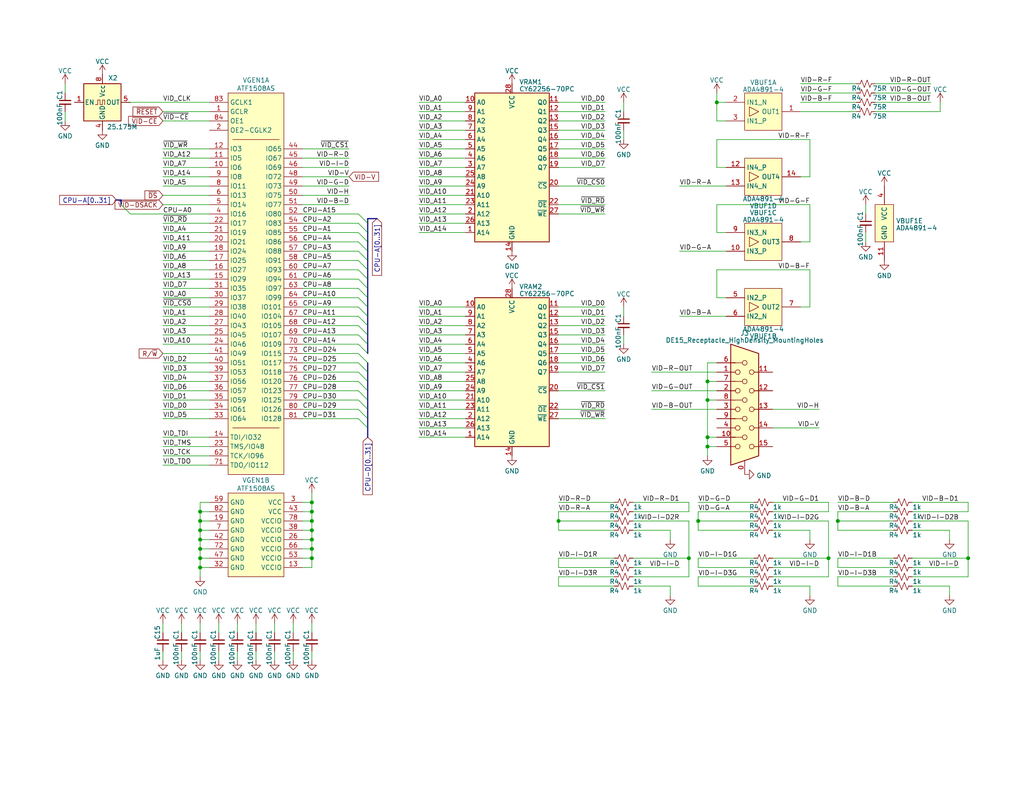
<source format=kicad_sch>
(kicad_sch (version 20230121) (generator eeschema)
  (paper "USLetter")
  (title_block (title "Wrap030-ATX Mainboard") (date "2023-03-26") (rev "1") (company "techav"))
  (junction (at 54.61 139.7))
  (junction (at 85.09 144.78))
  (junction (at 85.09 149.86))
  (junction (at 193.04 119.38))
  (junction (at 228.6 142.24))
  (junction (at 226.06 152.4))
  (junction (at 54.61 154.94))
  (junction (at 264.16 152.4))
  (junction (at 85.09 152.4))
  (junction (at 85.09 137.16))
  (junction (at 85.09 147.32))
  (junction (at 54.61 152.4))
  (junction (at 193.04 121.92))
  (junction (at 85.09 142.24))
  (junction (at 85.09 139.7))
  (junction (at 54.61 142.24))
  (junction (at 190.5 142.24))
  (junction (at 54.61 149.86))
  (junction (at 193.04 109.22))
  (junction (at 54.61 147.32))
  (junction (at 195.58 27.94))
  (junction (at 54.61 144.78))
  (junction (at 193.04 104.14))
  (junction (at 187.96 152.4))
  (junction (at 152.4 142.24))
  (bus_entry (at 100.33 86.36) (size -2.54 -2.54))
  (bus_entry (at 100.33 96.52) (size -2.54 -2.54))
  (bus_entry (at 100.33 91.44) (size -2.54 -2.54))
  (bus_entry (at 100.33 93.98) (size -2.54 -2.54))
  (bus_entry (at 33.02 55.88) (size 2.54 2.54))
  (bus_entry (at 100.33 106.68) (size -2.54 -2.54))
  (bus_entry (at 100.33 88.9) (size -2.54 -2.54))
  (bus_entry (at 100.33 116.84) (size -2.54 -2.54))
  (bus_entry (at 100.33 63.5) (size -2.54 -2.54))
  (bus_entry (at 100.33 66.04) (size -2.54 -2.54))
  (bus_entry (at 100.33 114.3) (size -2.54 -2.54))
  (bus_entry (at 100.33 81.28) (size -2.54 -2.54))
  (bus_entry (at 100.33 60.96) (size -2.54 -2.54))
  (bus_entry (at 100.33 111.76) (size -2.54 -2.54))
  (bus_entry (at 100.33 68.58) (size -2.54 -2.54))
  (bus_entry (at 100.33 83.82) (size -2.54 -2.54))
  (bus_entry (at 100.33 99.06) (size -2.54 -2.54))
  (bus_entry (at 100.33 109.22) (size -2.54 -2.54))
  (bus_entry (at 100.33 76.2) (size -2.54 -2.54))
  (bus_entry (at 100.33 73.66) (size -2.54 -2.54))
  (bus_entry (at 100.33 71.12) (size -2.54 -2.54))
  (bus_entry (at 100.33 78.74) (size -2.54 -2.54))
  (bus_entry (at 100.33 101.6) (size -2.54 -2.54))
  (bus_entry (at 100.33 104.14) (size -2.54 -2.54))
  (wire (pts (xy 195.58 45.72) (xy 195.58 38.1)))
  (wire (pts (xy 218.44 30.48) (xy 233.68 30.48)))
  (wire (pts (xy 228.6 154.94) (xy 243.84 154.94)))
  (wire (pts (xy 82.55 99.06) (xy 97.79 99.06)))
  (wire (pts (xy 190.5 142.24) (xy 190.5 144.78)))
  (wire (pts (xy 248.92 137.16) (xy 264.16 137.16)))
  (wire (pts (xy 152.4 152.4) (xy 152.4 154.94)))
  (wire (pts (xy 54.61 137.16) (xy 54.61 139.7)))
  (wire (pts (xy 233.68 22.86) (xy 218.44 22.86)))
  (wire (pts (xy 190.5 139.7) (xy 205.74 139.7)))
  (wire (pts (xy 44.45 33.02) (xy 57.15 33.02)))
  (wire (pts (xy 210.82 137.16) (xy 226.06 137.16)))
  (wire (pts (xy 44.45 30.48) (xy 57.15 30.48)))
  (wire (pts (xy 218.44 83.82) (xy 220.98 83.82)))
  (wire (pts (xy 54.61 144.78) (xy 57.15 144.78)))
  (wire (pts (xy 74.93 170.18) (xy 74.93 172.72)))
  (wire (pts (xy 152.4 30.48) (xy 165.1 30.48)))
  (wire (pts (xy 80.01 170.18) (xy 80.01 172.72)))
  (wire (pts (xy 185.42 50.8) (xy 198.12 50.8)))
  (wire (pts (xy 44.45 127) (xy 57.15 127)))
  (wire (pts (xy 190.5 160.02) (xy 205.74 160.02)))
  (wire (pts (xy 190.5 154.94) (xy 205.74 154.94)))
  (wire (pts (xy 172.72 157.48) (xy 187.96 157.48)))
  (wire (pts (xy 152.4 27.94) (xy 165.1 27.94)))
  (wire (pts (xy 248.92 154.94) (xy 261.62 154.94)))
  (wire (pts (xy 82.55 111.76) (xy 97.79 111.76)))
  (wire (pts (xy 218.44 27.94) (xy 233.68 27.94)))
  (wire (pts (xy 82.55 45.72) (xy 95.25 45.72)))
  (wire (pts (xy 85.09 144.78) (xy 85.09 147.32)))
  (wire (pts (xy 82.55 96.52) (xy 97.79 96.52)))
  (wire (pts (xy 54.61 139.7) (xy 54.61 142.24)))
  (wire (pts (xy 193.04 121.92) (xy 193.04 124.46)))
  (wire (pts (xy 82.55 106.68) (xy 97.79 106.68)))
  (bus (pts (xy 102.87 59.69) (xy 100.33 59.69)))
  (wire (pts (xy 195.58 38.1) (xy 220.98 38.1)))
  (wire (pts (xy 114.3 40.64) (xy 127 40.64)))
  (bus (pts (xy 100.33 101.6) (xy 100.33 104.14)))
  (wire (pts (xy 44.45 124.46) (xy 57.15 124.46)))
  (wire (pts (xy 228.6 137.16) (xy 243.84 137.16)))
  (wire (pts (xy 44.45 101.6) (xy 57.15 101.6)))
  (wire (pts (xy 82.55 40.64) (xy 95.25 40.64)))
  (wire (pts (xy 152.4 45.72) (xy 165.1 45.72)))
  (wire (pts (xy 44.45 40.64) (xy 57.15 40.64)))
  (wire (pts (xy 152.4 33.02) (xy 165.1 33.02)))
  (wire (pts (xy 152.4 86.36) (xy 165.1 86.36)))
  (wire (pts (xy 198.12 81.28) (xy 195.58 81.28)))
  (bus (pts (xy 100.33 83.82) (xy 100.33 86.36)))
  (bus (pts (xy 100.33 68.58) (xy 100.33 71.12)))
  (wire (pts (xy 152.4 142.24) (xy 167.64 142.24)))
  (wire (pts (xy 195.58 106.68) (xy 177.8 106.68)))
  (wire (pts (xy 193.04 99.06) (xy 193.04 104.14)))
  (wire (pts (xy 54.61 137.16) (xy 57.15 137.16)))
  (wire (pts (xy 82.55 68.58) (xy 97.79 68.58)))
  (wire (pts (xy 152.4 91.44) (xy 165.1 91.44)))
  (wire (pts (xy 114.3 33.02) (xy 127 33.02)))
  (wire (pts (xy 49.53 170.18) (xy 49.53 172.72)))
  (wire (pts (xy 172.72 154.94) (xy 185.42 154.94)))
  (wire (pts (xy 220.98 160.02) (xy 210.82 160.02)))
  (wire (pts (xy 152.4 38.1) (xy 165.1 38.1)))
  (wire (pts (xy 228.6 139.7) (xy 228.6 142.24)))
  (wire (pts (xy 114.3 119.38) (xy 127 119.38)))
  (wire (pts (xy 114.3 27.94) (xy 127 27.94)))
  (wire (pts (xy 82.55 58.42) (xy 97.79 58.42)))
  (wire (pts (xy 17.78 22.86) (xy 17.78 25.4)))
  (wire (pts (xy 44.45 78.74) (xy 57.15 78.74)))
  (wire (pts (xy 114.3 111.76) (xy 127 111.76)))
  (wire (pts (xy 152.4 157.48) (xy 152.4 160.02)))
  (wire (pts (xy 228.6 142.24) (xy 228.6 144.78)))
  (wire (pts (xy 226.06 142.24) (xy 226.06 152.4)))
  (wire (pts (xy 44.45 88.9) (xy 57.15 88.9)))
  (wire (pts (xy 185.42 86.36) (xy 198.12 86.36)))
  (wire (pts (xy 152.4 157.48) (xy 167.64 157.48)))
  (wire (pts (xy 54.61 170.18) (xy 54.61 172.72)))
  (wire (pts (xy 165.1 58.42) (xy 152.4 58.42)))
  (wire (pts (xy 170.18 93.98) (xy 170.18 91.44)))
  (wire (pts (xy 210.82 157.48) (xy 226.06 157.48)))
  (wire (pts (xy 256.54 30.48) (xy 256.54 27.94)))
  (bus (pts (xy 100.33 63.5) (xy 100.33 66.04)))
  (wire (pts (xy 220.98 38.1) (xy 220.98 48.26)))
  (wire (pts (xy 238.76 27.94) (xy 254 27.94)))
  (wire (pts (xy 44.45 114.3) (xy 57.15 114.3)))
  (wire (pts (xy 248.92 142.24) (xy 264.16 142.24)))
  (bus (pts (xy 100.33 93.98) (xy 100.33 96.52)))
  (wire (pts (xy 44.45 81.28) (xy 57.15 81.28)))
  (wire (pts (xy 59.69 180.34) (xy 59.69 177.8)))
  (wire (pts (xy 220.98 162.56) (xy 220.98 160.02)))
  (wire (pts (xy 195.58 27.94) (xy 198.12 27.94)))
  (wire (pts (xy 152.4 88.9) (xy 165.1 88.9)))
  (wire (pts (xy 190.5 157.48) (xy 190.5 160.02)))
  (bus (pts (xy 100.33 91.44) (xy 100.33 93.98)))
  (bus (pts (xy 100.33 114.3) (xy 100.33 116.84)))
  (wire (pts (xy 220.98 144.78) (xy 210.82 144.78)))
  (wire (pts (xy 114.3 38.1) (xy 127 38.1)))
  (wire (pts (xy 238.76 22.86) (xy 254 22.86)))
  (wire (pts (xy 259.08 147.32) (xy 259.08 144.78)))
  (wire (pts (xy 82.55 142.24) (xy 85.09 142.24)))
  (wire (pts (xy 44.45 170.18) (xy 44.45 172.72)))
  (wire (pts (xy 82.55 104.14) (xy 97.79 104.14)))
  (wire (pts (xy 172.72 139.7) (xy 187.96 139.7)))
  (wire (pts (xy 165.1 50.8) (xy 152.4 50.8)))
  (wire (pts (xy 198.12 33.02) (xy 195.58 33.02)))
  (wire (pts (xy 220.98 73.66) (xy 220.98 83.82)))
  (wire (pts (xy 193.04 119.38) (xy 195.58 119.38)))
  (wire (pts (xy 82.55 114.3) (xy 97.79 114.3)))
  (wire (pts (xy 44.45 99.06) (xy 57.15 99.06)))
  (wire (pts (xy 165.1 111.76) (xy 152.4 111.76)))
  (wire (pts (xy 54.61 139.7) (xy 57.15 139.7)))
  (bus (pts (xy 100.33 111.76) (xy 100.33 114.3)))
  (wire (pts (xy 193.04 104.14) (xy 195.58 104.14)))
  (wire (pts (xy 114.3 114.3) (xy 127 114.3)))
  (wire (pts (xy 193.04 119.38) (xy 193.04 121.92)))
  (wire (pts (xy 114.3 96.52) (xy 127 96.52)))
  (wire (pts (xy 264.16 142.24) (xy 264.16 152.4)))
  (wire (pts (xy 114.3 104.14) (xy 127 104.14)))
  (wire (pts (xy 82.55 76.2) (xy 97.79 76.2)))
  (wire (pts (xy 182.88 160.02) (xy 172.72 160.02)))
  (wire (pts (xy 193.04 109.22) (xy 195.58 109.22)))
  (wire (pts (xy 165.1 55.88) (xy 152.4 55.88)))
  (wire (pts (xy 114.3 101.6) (xy 127 101.6)))
  (wire (pts (xy 114.3 35.56) (xy 127 35.56)))
  (bus (pts (xy 100.33 59.69) (xy 100.33 60.96)))
  (wire (pts (xy 218.44 25.4) (xy 233.68 25.4)))
  (wire (pts (xy 114.3 91.44) (xy 127 91.44)))
  (wire (pts (xy 54.61 180.34) (xy 54.61 177.8)))
  (wire (pts (xy 259.08 144.78) (xy 248.92 144.78)))
  (wire (pts (xy 182.88 144.78) (xy 172.72 144.78)))
  (wire (pts (xy 82.55 50.8) (xy 95.25 50.8)))
  (wire (pts (xy 195.58 111.76) (xy 177.8 111.76)))
  (wire (pts (xy 165.1 114.3) (xy 152.4 114.3)))
  (wire (pts (xy 54.61 149.86) (xy 54.61 152.4)))
  (wire (pts (xy 44.45 55.88) (xy 57.15 55.88)))
  (wire (pts (xy 44.45 53.34) (xy 57.15 53.34)))
  (wire (pts (xy 195.58 63.5) (xy 195.58 55.88)))
  (wire (pts (xy 44.45 180.34) (xy 44.45 177.8)))
  (wire (pts (xy 152.4 142.24) (xy 152.4 144.78)))
  (wire (pts (xy 195.58 101.6) (xy 177.8 101.6)))
  (wire (pts (xy 226.06 137.16) (xy 226.06 139.7)))
  (wire (pts (xy 44.45 104.14) (xy 57.15 104.14)))
  (wire (pts (xy 165.1 106.68) (xy 152.4 106.68)))
  (wire (pts (xy 82.55 83.82) (xy 97.79 83.82)))
  (wire (pts (xy 85.09 152.4) (xy 85.09 154.94)))
  (wire (pts (xy 190.5 137.16) (xy 205.74 137.16)))
  (wire (pts (xy 114.3 43.18) (xy 127 43.18)))
  (wire (pts (xy 44.45 71.12) (xy 57.15 71.12)))
  (wire (pts (xy 198.12 63.5) (xy 195.58 63.5)))
  (wire (pts (xy 152.4 93.98) (xy 165.1 93.98)))
  (wire (pts (xy 195.58 55.88) (xy 220.98 55.88)))
  (wire (pts (xy 236.22 55.88) (xy 236.22 58.42)))
  (bus (pts (xy 100.33 71.12) (xy 100.33 73.66)))
  (wire (pts (xy 82.55 60.96) (xy 97.79 60.96)))
  (wire (pts (xy 114.3 53.34) (xy 127 53.34)))
  (wire (pts (xy 195.58 27.94) (xy 195.58 25.4)))
  (wire (pts (xy 44.45 96.52) (xy 57.15 96.52)))
  (wire (pts (xy 35.56 58.42) (xy 57.15 58.42)))
  (wire (pts (xy 152.4 144.78) (xy 167.64 144.78)))
  (wire (pts (xy 114.3 48.26) (xy 127 48.26)))
  (wire (pts (xy 185.42 68.58) (xy 198.12 68.58)))
  (wire (pts (xy 44.45 106.68) (xy 57.15 106.68)))
  (wire (pts (xy 248.92 152.4) (xy 264.16 152.4)))
  (bus (pts (xy 100.33 99.06) (xy 100.33 101.6)))
  (wire (pts (xy 82.55 48.26) (xy 95.25 48.26)))
  (bus (pts (xy 100.33 104.14) (xy 100.33 106.68)))
  (wire (pts (xy 82.55 154.94) (xy 85.09 154.94)))
  (wire (pts (xy 82.55 86.36) (xy 97.79 86.36)))
  (wire (pts (xy 44.45 119.38) (xy 57.15 119.38)))
  (wire (pts (xy 228.6 157.48) (xy 228.6 160.02)))
  (wire (pts (xy 44.45 50.8) (xy 57.15 50.8)))
  (wire (pts (xy 82.55 55.88) (xy 95.25 55.88)))
  (wire (pts (xy 82.55 149.86) (xy 85.09 149.86)))
  (wire (pts (xy 85.09 142.24) (xy 85.09 144.78)))
  (wire (pts (xy 85.09 147.32) (xy 85.09 149.86)))
  (wire (pts (xy 74.93 180.34) (xy 74.93 177.8)))
  (wire (pts (xy 17.78 33.02) (xy 17.78 30.48)))
  (wire (pts (xy 182.88 162.56) (xy 182.88 160.02)))
  (wire (pts (xy 228.6 139.7) (xy 243.84 139.7)))
  (wire (pts (xy 54.61 147.32) (xy 57.15 147.32)))
  (wire (pts (xy 114.3 86.36) (xy 127 86.36)))
  (wire (pts (xy 114.3 93.98) (xy 127 93.98)))
  (wire (pts (xy 198.12 45.72) (xy 195.58 45.72)))
  (wire (pts (xy 187.96 142.24) (xy 187.96 152.4)))
  (wire (pts (xy 152.4 154.94) (xy 167.64 154.94)))
  (wire (pts (xy 210.82 154.94) (xy 223.52 154.94)))
  (wire (pts (xy 190.5 144.78) (xy 205.74 144.78)))
  (wire (pts (xy 195.58 33.02) (xy 195.58 27.94)))
  (wire (pts (xy 44.45 60.96) (xy 57.15 60.96)))
  (wire (pts (xy 218.44 48.26) (xy 220.98 48.26)))
  (wire (pts (xy 82.55 71.12) (xy 97.79 71.12)))
  (wire (pts (xy 228.6 152.4) (xy 243.84 152.4)))
  (bus (pts (xy 100.33 116.84) (xy 100.33 119.38)))
  (wire (pts (xy 82.55 101.6) (xy 97.79 101.6)))
  (wire (pts (xy 190.5 157.48) (xy 205.74 157.48)))
  (wire (pts (xy 114.3 50.8) (xy 127 50.8)))
  (wire (pts (xy 170.18 27.94) (xy 170.18 30.48)))
  (wire (pts (xy 114.3 83.82) (xy 127 83.82)))
  (wire (pts (xy 182.88 147.32) (xy 182.88 144.78)))
  (wire (pts (xy 82.55 78.74) (xy 97.79 78.74)))
  (wire (pts (xy 228.6 144.78) (xy 243.84 144.78)))
  (wire (pts (xy 172.72 152.4) (xy 187.96 152.4)))
  (wire (pts (xy 152.4 83.82) (xy 165.1 83.82)))
  (wire (pts (xy 220.98 147.32) (xy 220.98 144.78)))
  (wire (pts (xy 54.61 142.24) (xy 54.61 144.78)))
  (wire (pts (xy 44.45 68.58) (xy 57.15 68.58)))
  (bus (pts (xy 100.33 78.74) (xy 100.33 81.28)))
  (wire (pts (xy 152.4 40.64) (xy 165.1 40.64)))
  (wire (pts (xy 152.4 139.7) (xy 152.4 142.24)))
  (wire (pts (xy 114.3 45.72) (xy 127 45.72)))
  (wire (pts (xy 69.85 180.34) (xy 69.85 177.8)))
  (wire (pts (xy 210.82 111.76) (xy 223.52 111.76)))
  (bus (pts (xy 100.33 66.04) (xy 100.33 68.58)))
  (bus (pts (xy 33.02 54.61) (xy 33.02 55.88)))
  (wire (pts (xy 44.45 86.36) (xy 57.15 86.36)))
  (wire (pts (xy 152.4 35.56) (xy 165.1 35.56)))
  (wire (pts (xy 114.3 30.48) (xy 127 30.48)))
  (wire (pts (xy 193.04 109.22) (xy 193.04 119.38)))
  (wire (pts (xy 210.82 116.84) (xy 223.52 116.84)))
  (wire (pts (xy 85.09 149.86) (xy 85.09 152.4)))
  (wire (pts (xy 85.09 170.18) (xy 85.09 172.72)))
  (wire (pts (xy 82.55 152.4) (xy 85.09 152.4)))
  (wire (pts (xy 82.55 137.16) (xy 85.09 137.16)))
  (wire (pts (xy 44.45 45.72) (xy 57.15 45.72)))
  (wire (pts (xy 193.04 104.14) (xy 193.04 109.22)))
  (wire (pts (xy 82.55 139.7) (xy 85.09 139.7)))
  (wire (pts (xy 152.4 152.4) (xy 167.64 152.4)))
  (wire (pts (xy 114.3 88.9) (xy 127 88.9)))
  (wire (pts (xy 114.3 60.96) (xy 127 60.96)))
  (wire (pts (xy 85.09 180.34) (xy 85.09 177.8)))
  (wire (pts (xy 44.45 63.5) (xy 57.15 63.5)))
  (wire (pts (xy 44.45 43.18) (xy 57.15 43.18)))
  (wire (pts (xy 172.72 142.24) (xy 187.96 142.24)))
  (wire (pts (xy 44.45 111.76) (xy 57.15 111.76)))
  (bus (pts (xy 100.33 60.96) (xy 100.33 63.5)))
  (wire (pts (xy 228.6 142.24) (xy 243.84 142.24)))
  (wire (pts (xy 44.45 109.22) (xy 57.15 109.22)))
  (wire (pts (xy 80.01 180.34) (xy 80.01 177.8)))
  (wire (pts (xy 82.55 91.44) (xy 97.79 91.44)))
  (wire (pts (xy 82.55 109.22) (xy 97.79 109.22)))
  (wire (pts (xy 152.4 160.02) (xy 167.64 160.02)))
  (wire (pts (xy 172.72 137.16) (xy 187.96 137.16)))
  (wire (pts (xy 264.16 152.4) (xy 264.16 157.48)))
  (wire (pts (xy 82.55 81.28) (xy 97.79 81.28)))
  (wire (pts (xy 82.55 144.78) (xy 85.09 144.78)))
  (wire (pts (xy 44.45 66.04) (xy 57.15 66.04)))
  (wire (pts (xy 114.3 116.84) (xy 127 116.84)))
  (wire (pts (xy 114.3 55.88) (xy 127 55.88)))
  (wire (pts (xy 152.4 96.52) (xy 165.1 96.52)))
  (wire (pts (xy 82.55 88.9) (xy 97.79 88.9)))
  (wire (pts (xy 190.5 152.4) (xy 190.5 154.94)))
  (wire (pts (xy 248.92 139.7) (xy 264.16 139.7)))
  (wire (pts (xy 187.96 137.16) (xy 187.96 139.7)))
  (wire (pts (xy 170.18 83.82) (xy 170.18 86.36)))
  (wire (pts (xy 44.45 121.92) (xy 57.15 121.92)))
  (wire (pts (xy 210.82 142.24) (xy 226.06 142.24)))
  (wire (pts (xy 82.55 63.5) (xy 97.79 63.5)))
  (wire (pts (xy 248.92 157.48) (xy 264.16 157.48)))
  (bus (pts (xy 100.33 106.68) (xy 100.33 109.22)))
  (wire (pts (xy 82.55 53.34) (xy 95.25 53.34)))
  (wire (pts (xy 190.5 152.4) (xy 205.74 152.4)))
  (bus (pts (xy 100.33 73.66) (xy 100.33 76.2)))
  (wire (pts (xy 44.45 83.82) (xy 57.15 83.82)))
  (wire (pts (xy 54.61 152.4) (xy 57.15 152.4)))
  (wire (pts (xy 69.85 170.18) (xy 69.85 172.72)))
  (bus (pts (xy 100.33 86.36) (xy 100.33 88.9)))
  (wire (pts (xy 44.45 73.66) (xy 57.15 73.66)))
  (bus (pts (xy 100.33 76.2) (xy 100.33 78.74)))
  (wire (pts (xy 85.09 139.7) (xy 85.09 142.24)))
  (wire (pts (xy 259.08 162.56) (xy 259.08 160.02)))
  (wire (pts (xy 190.5 139.7) (xy 190.5 142.24)))
  (wire (pts (xy 228.6 157.48) (xy 243.84 157.48)))
  (wire (pts (xy 238.76 30.48) (xy 256.54 30.48)))
  (bus (pts (xy 100.33 81.28) (xy 100.33 83.82)))
  (wire (pts (xy 170.18 38.1) (xy 170.18 35.56)))
  (wire (pts (xy 64.77 170.18) (xy 64.77 172.72)))
  (wire (pts (xy 195.58 99.06) (xy 193.04 99.06)))
  (wire (pts (xy 44.45 76.2) (xy 57.15 76.2)))
  (wire (pts (xy 82.55 93.98) (xy 97.79 93.98)))
  (wire (pts (xy 54.61 142.24) (xy 57.15 142.24)))
  (bus (pts (xy 100.33 109.22) (xy 100.33 111.76)))
  (wire (pts (xy 54.61 152.4) (xy 54.61 154.94)))
  (wire (pts (xy 264.16 137.16) (xy 264.16 139.7)))
  (wire (pts (xy 210.82 152.4) (xy 226.06 152.4)))
  (wire (pts (xy 152.4 137.16) (xy 167.64 137.16)))
  (wire (pts (xy 152.4 101.6) (xy 165.1 101.6)))
  (wire (pts (xy 195.58 73.66) (xy 220.98 73.66)))
  (wire (pts (xy 114.3 109.22) (xy 127 109.22)))
  (wire (pts (xy 54.61 154.94) (xy 54.61 157.48)))
  (wire (pts (xy 226.06 152.4) (xy 226.06 157.48)))
  (wire (pts (xy 238.76 25.4) (xy 254 25.4)))
  (wire (pts (xy 82.55 147.32) (xy 85.09 147.32)))
  (wire (pts (xy 82.55 66.04) (xy 97.79 66.04)))
  (wire (pts (xy 114.3 99.06) (xy 127 99.06)))
  (wire (pts (xy 152.4 99.06) (xy 165.1 99.06)))
  (bus (pts (xy 33.02 54.61) (xy 31.75 54.61)))
  (wire (pts (xy 54.61 154.94) (xy 57.15 154.94)))
  (wire (pts (xy 187.96 152.4) (xy 187.96 157.48)))
  (wire (pts (xy 85.09 137.16) (xy 85.09 139.7)))
  (wire (pts (xy 44.45 91.44) (xy 57.15 91.44)))
  (wire (pts (xy 218.44 66.04) (xy 220.98 66.04)))
  (wire (pts (xy 82.55 43.18) (xy 95.25 43.18)))
  (wire (pts (xy 35.56 27.94) (xy 57.15 27.94)))
  (wire (pts (xy 114.3 58.42) (xy 127 58.42)))
  (wire (pts (xy 210.82 139.7) (xy 226.06 139.7)))
  (wire (pts (xy 54.61 147.32) (xy 54.61 149.86)))
  (wire (pts (xy 220.98 55.88) (xy 220.98 66.04)))
  (wire (pts (xy 195.58 81.28) (xy 195.58 73.66)))
  (wire (pts (xy 54.61 144.78) (xy 54.61 147.32)))
  (wire (pts (xy 82.55 73.66) (xy 97.79 73.66)))
  (wire (pts (xy 190.5 142.24) (xy 205.74 142.24)))
  (wire (pts (xy 44.45 48.26) (xy 57.15 48.26)))
  (wire (pts (xy 152.4 43.18) (xy 165.1 43.18)))
  (wire (pts (xy 114.3 63.5) (xy 127 63.5)))
  (wire (pts (xy 49.53 180.34) (xy 49.53 177.8)))
  (wire (pts (xy 64.77 180.34) (xy 64.77 177.8)))
  (wire (pts (xy 152.4 139.7) (xy 167.64 139.7)))
  (bus (pts (xy 100.33 88.9) (xy 100.33 91.44)))
  (wire (pts (xy 54.61 149.86) (xy 57.15 149.86)))
  (wire (pts (xy 259.08 160.02) (xy 248.92 160.02)))
  (wire (pts (xy 195.58 121.92) (xy 193.04 121.92)))
  (wire (pts (xy 236.22 66.04) (xy 236.22 63.5)))
  (wire (pts (xy 44.45 93.98) (xy 57.15 93.98)))
  (wire (pts (xy 85.09 134.62) (xy 85.09 137.16)))
  (wire (pts (xy 114.3 106.68) (xy 127 106.68)))
  (wire (pts (xy 228.6 160.02) (xy 243.84 160.02)))
  (wire (pts (xy 228.6 152.4) (xy 228.6 154.94)))
  (wire (pts (xy 59.69 170.18) (xy 59.69 172.72)))
  (label "VID-I-D3G" (at 190.5 157.48 0))
  (label "CPU-D24" (at 82.55 96.52 0))
  (label "VID_A2" (at 44.45 88.9 0))
  (label "VID-I-D2R" (at 185.42 142.24 180))
  (label "VID_A11" (at 114.3 111.76 0))
  (label "VID_D3" (at 165.1 91.44 180))
  (label "VID_A3" (at 44.45 91.44 0))
  (label "VID_A8" (at 44.45 73.66 0))
  (label "VID_D1" (at 44.45 109.22 0))
  (label "CPU-A6" (at 82.55 76.2 0))
  (label "VID_D0" (at 44.45 111.76 0))
  (label "VID-R-OUT" (at 254 22.86 180))
  (label "VID-I-D1R" (at 152.4 152.4 0))
  (label "VID-R-D" (at 95.25 43.18 180))
  (label "VID-B-D1" (at 261.62 137.16 180))
  (label "~{VID_CS0}" (at 165.1 50.8 180))
  (label "VID_D4" (at 165.1 93.98 180))
  (label "VID_A12" (at 114.3 58.42 0))
  (label "CPU-D31" (at 82.55 114.3 0))
  (label "VID_D5" (at 165.1 40.64 180))
  (label "VID-I-D" (at 261.62 154.94 180))
  (label "VID-B-OUT" (at 177.8 111.76 0))
  (label "VID-R-F" (at 218.44 22.86 0))
  (label "VID_A10" (at 44.45 93.98 0))
  (label "VID_A11" (at 114.3 55.88 0))
  (label "VID_D2" (at 165.1 33.02 180))
  (label "VID-G-F" (at 218.44 25.4 0))
  (label "VID-G-OUT" (at 177.8 106.68 0))
  (label "~{VID_CS1}" (at 95.25 40.64 180))
  (label "VID_D6" (at 44.45 106.68 0))
  (label "VID_A1" (at 44.45 86.36 0))
  (label "VID-R-D1" (at 185.42 137.16 180))
  (label "CPU-A3" (at 82.55 68.58 0))
  (label "VID_A8" (at 114.3 104.14 0))
  (label "VID-B-A" (at 185.42 86.36 0))
  (label "VID_A0" (at 114.3 27.94 0))
  (label "VID_D3" (at 44.45 101.6 0))
  (label "CPU-A8" (at 82.55 78.74 0))
  (label "VID_A4" (at 114.3 38.1 0))
  (label "VID_D2" (at 165.1 88.9 180))
  (label "VID_D6" (at 165.1 43.18 180))
  (label "VID_D5" (at 44.45 114.3 0))
  (label "VID-H" (at 95.25 53.34 180))
  (label "VID-I-D1G" (at 190.5 152.4 0))
  (label "VID_A0" (at 114.3 83.82 0))
  (label "VID_TDO" (at 44.45 127 0))
  (label "VID-I-D2G" (at 223.52 142.24 180))
  (label "VID_A12" (at 114.3 114.3 0))
  (label "VID-B-OUT" (at 254 27.94 180))
  (label "CPU-D30" (at 82.55 109.22 0))
  (label "VID_D5" (at 165.1 96.52 180))
  (label "VID_A2" (at 114.3 33.02 0))
  (label "CPU-A7" (at 82.55 73.66 0))
  (label "VID_A3" (at 114.3 35.56 0))
  (label "~{VID_CS0}" (at 44.45 83.82 0))
  (label "VID-G-D1" (at 223.52 137.16 180))
  (label "VID_D4" (at 165.1 38.1 180))
  (label "VID_A4" (at 114.3 93.98 0))
  (label "VID-V" (at 223.52 116.84 180))
  (label "CPU-D26" (at 82.55 104.14 0))
  (label "VID_A14" (at 114.3 63.5 0))
  (label "VID_A9" (at 44.45 68.58 0))
  (label "VID-I-D1B" (at 228.6 152.4 0))
  (label "VID_A11" (at 44.45 66.04 0))
  (label "~{VID_RD}" (at 44.45 60.96 0))
  (label "VID-I-D2B" (at 261.62 142.24 180))
  (label "CPU-A5" (at 82.55 71.12 0))
  (label "VID-R-A" (at 185.42 50.8 0))
  (label "VID_A5" (at 114.3 40.64 0))
  (label "VID-B-A" (at 228.6 139.7 0))
  (label "CPU-D29" (at 82.55 111.76 0))
  (label "CPU-A4" (at 82.55 66.04 0))
  (label "~{VID_WR}" (at 44.45 40.64 0))
  (label "VID_D1" (at 165.1 30.48 180))
  (label "VID_A13" (at 114.3 116.84 0))
  (label "CPU-A9" (at 82.55 83.82 0))
  (label "VID_CLK" (at 44.45 27.94 0))
  (label "VID-B-F" (at 218.44 27.94 0))
  (label "VID_TMS" (at 44.45 121.92 0))
  (label "VID-V" (at 95.25 48.26 180))
  (label "VID_A3" (at 114.3 91.44 0))
  (label "~{VID-CE}" (at 44.45 33.02 0))
  (label "VID_A12" (at 44.45 43.18 0))
  (label "CPU-A11" (at 82.55 86.36 0))
  (label "VID-I-D3B" (at 228.6 157.48 0))
  (label "VID_A1" (at 114.3 86.36 0))
  (label "VID_D6" (at 165.1 99.06 180))
  (label "VID_D2" (at 44.45 99.06 0))
  (label "VID-B-D" (at 228.6 137.16 0))
  (label "VID-R-OUT" (at 177.8 101.6 0))
  (label "VID_A10" (at 114.3 53.34 0))
  (label "VID_A4" (at 44.45 63.5 0))
  (label "~{VID_WR}" (at 165.1 114.3 180))
  (label "CPU-A13" (at 82.55 91.44 0))
  (label "VID_A10" (at 114.3 109.22 0))
  (label "VID_D0" (at 165.1 27.94 180))
  (label "VID-I-D3R" (at 152.4 157.48 0))
  (label "VID-G-F" (at 220.98 55.88 180))
  (label "VID_A8" (at 114.3 48.26 0))
  (label "~{VID_RD}" (at 165.1 55.88 180))
  (label "VID_A13" (at 114.3 60.96 0))
  (label "VID-I-D" (at 185.42 154.94 180))
  (label "VID-G-A" (at 190.5 139.7 0))
  (label "CPU-A10" (at 82.55 81.28 0))
  (label "VID_A9" (at 114.3 106.68 0))
  (label "CPU-D28" (at 82.55 106.68 0))
  (label "VID_A6" (at 44.45 71.12 0))
  (label "VID-G-OUT" (at 254 25.4 180))
  (label "VID_D0" (at 165.1 83.82 180))
  (label "CPU-D25" (at 82.55 99.06 0))
  (label "VID_A2" (at 114.3 88.9 0))
  (label "~{VID_RD}" (at 165.1 111.76 180))
  (label "VID_D7" (at 165.1 45.72 180))
  (label "CPU-D27" (at 82.55 101.6 0))
  (label "VID_A5" (at 114.3 96.52 0))
  (label "VID_A6" (at 114.3 43.18 0))
  (label "~{VID_WR}" (at 165.1 58.42 180))
  (label "VID-G-D" (at 190.5 137.16 0))
  (label "VID_D4" (at 44.45 104.14 0))
  (label "VID_A7" (at 44.45 45.72 0))
  (label "VID_TCK" (at 44.45 124.46 0))
  (label "CPU-A2" (at 82.55 60.96 0))
  (label "CPU-A14" (at 82.55 93.98 0))
  (label "VID_D7" (at 165.1 101.6 180))
  (label "CPU-A12" (at 82.55 88.9 0))
  (label "VID_A5" (at 44.45 50.8 0))
  (label "CPU-A0" (at 44.45 58.42 0))
  (label "VID-H" (at 223.52 111.76 180))
  (label "CPU-A1" (at 82.55 63.5 0))
  (label "~{VID_CS1}" (at 165.1 106.68 180))
  (label "VID_D3" (at 165.1 35.56 180))
  (label "VID-R-A" (at 152.4 139.7 0))
  (label "VID_D7" (at 44.45 78.74 0))
  (label "VID-R-D" (at 152.4 137.16 0))
  (label "VID_A14" (at 44.45 48.26 0))
  (label "VID-B-F" (at 220.98 73.66 180))
  (label "VID_TDI" (at 44.45 119.38 0))
  (label "VID_A13" (at 44.45 76.2 0))
  (label "CPU-A15" (at 82.55 58.42 0))
  (label "VID-G-A" (at 185.42 68.58 0))
  (label "VID-G-D" (at 95.25 50.8 180))
  (label "VID_A7" (at 114.3 45.72 0))
  (label "VID-B-D" (at 95.25 55.88 180))
  (label "VID_A6" (at 114.3 99.06 0))
  (label "VID_A1" (at 114.3 30.48 0))
  (label "VID_A0" (at 44.45 81.28 0))
  (label "VID_A9" (at 114.3 50.8 0))
  (label "VID_A7" (at 114.3 101.6 0))
  (label "VID-I-D" (at 223.52 154.94 180))
  (label "VID-R-F" (at 220.98 38.1 180))
  (label "VID-I-D" (at 95.25 45.72 180))
  (label "VID_D1" (at 165.1 86.36 180))
  (label "VID_A14" (at 114.3 119.38 0))
  (global_label "~{VID-CE}" (shape input) (at 44.45 33.02 180) (property "Intersheetrefs" "${INTERSHEET_REFS}" (effects hide)))
  (global_label "R{slash}~{W}" (shape input) (at 44.45 96.52 180) (property "Intersheetrefs" "${INTERSHEET_REFS}" (effects hide)))
  (global_label "CPU-A[0..31]" (shape input) (at 102.87 59.69 270) (property "Intersheetrefs" "${INTERSHEET_REFS}" (effects hide)))
  (global_label "~{RESET}" (shape input) (at 44.45 30.48 180) (property "Intersheetrefs" "${INTERSHEET_REFS}" (effects hide)))
  (global_label "~{DS}" (shape input) (at 44.45 53.34 180) (property "Intersheetrefs" "${INTERSHEET_REFS}" (effects hide)))
  (global_label "~{VID-DSACK}" (shape input) (at 44.45 55.88 180) (property "Intersheetrefs" "${INTERSHEET_REFS}" (effects hide)))
  (global_label "CPU-A[0..31]" (shape input) (at 31.75 54.61 180) (property "Intersheetrefs" "${INTERSHEET_REFS}" (effects hide)))
  (global_label "CPU-D[0..31]" (shape input) (at 100.33 119.38 270) (property "Intersheetrefs" "${INTERSHEET_REFS}" (effects hide)))
  (global_label "VID-V" (shape input) (at 95.25 48.26 0) (property "Intersheetrefs" "${INTERSHEET_REFS}" (effects hide)))
  (symbol (lib_id "power:GND") (at 54.61 157.48 0) (unit 1)
    (property "Reference" "#PWR045" (effects hide))
    (property "Value" "GND" (at 54.61 161.6155 0))
  )
  (symbol (lib_id "Device:C_Small") (at 236.22 60.96 0) (unit 1)
    (property "Reference" "C1" (at 234.7341 60.3226 90) (effects (justify left)))
    (property "Value" "100nF" (at 234.7341 67.3236 90) (effects (justify left)))
    (property "Footprint" "Capacitor_SMD:C_0402_1005Metric_Pad0.74x0.62mm_HandSolder" (effects hide))
    (property "JLC-Part" "https://jlcpcb.com/partdetail/1877-CL05B104KO5NNNC/C1525" (effects hide))
    (property "Mouser-Part" "187-CL05B104KO5NNNC" (effects hide))
    (property "Notes" "JLC" (effects hide))
    (instances (project "Wrap030-ATX" (path "" (reference "C1") (unit 1)) (path "" (reference "C32") (unit 1))))
  )
  (symbol (lib_id "Device:C_Small") (at 170.18 33.02 0) (unit 1)
    (property "Reference" "C1" (at 168.6941 32.3826 90) (effects (justify left)))
    (property "Value" "100nF" (at 168.6941 39.3836 90) (effects (justify left)))
    (property "Footprint" "Capacitor_SMD:C_0402_1005Metric_Pad0.74x0.62mm_HandSolder" (effects hide))
    (property "JLC-Part" "https://jlcpcb.com/partdetail/1877-CL05B104KO5NNNC/C1525" (effects hide))
    (property "Mouser-Part" "187-CL05B104KO5NNNC" (effects hide))
    (property "Notes" "JLC" (effects hide))
    (instances (project "Wrap030-ATX" (path "" (reference "C1") (unit 1)) (path "" (reference "C28") (unit 1))))
  )
  (symbol (lib_id "Device:R_Small_US") (at 246.38 142.24 90) (unit 1)
    (property "Reference" "R4" (at 243.84 143.51 90))
    (property "Value" "1k" (at 250.19 143.51 90))
    (property "Footprint" "Resistor_SMD:R_0402_1005Metric_Pad0.72x0.64mm_HandSolder" (effects hide))
    (property "JLC-Part" "https://jlcpcb.com/partdetail/12256-0402WGF1001TCE/C11702" (effects hide))
    (property "Mouser-Part" "303-0402WGF1001TCE" (effects hide))
    (property "Notes" "JLC" (effects hide))
    (instances (project "Wrap030-ATX" (path "" (reference "R4") (unit 1)) (path "" (reference "R14") (unit 1)) (path "" (reference "R70") (unit 1))))
  )
  (symbol (lib_id "Memory_RAM:CY62256-70PC") (at 139.7 101.6 0) (unit 1)
    (property "Reference" "VRAM2" (at 141.6559 78.2701 0) (effects (justify left)))
    (property "Value" "CY62256-70PC" (at 141.6559 80.1911 0) (effects (justify left)))
    (property "Footprint" "Package_DIP:DIP-28_W7.62mm_Socket" (effects hide))
    (property "Datasheet" "https://ecee.colorado.edu/~mcclurel/Cypress_SRAM_CY62256.pdf" (effects hide))
    (property "Mouser-Part" "972-71256SA15TPG" (effects hide))
    (property "Notes" "OFE" (effects hide))
    (property "Socket-Mouser" "571-1-2199298-9" (effects hide))
  )
  (symbol (lib_id "power:VCC") (at 139.7 78.74 0) (unit 1)
    (property "Reference" "#PWR043" (effects hide))
    (property "Value" "VCC" (at 139.7 75.2381 0))
  )
  (symbol (lib_id "Device:R_Small_US") (at 208.28 160.02 90) (unit 1)
    (property "Reference" "R4" (at 205.74 161.29 90))
    (property "Value" "1k" (at 212.09 161.29 90))
    (property "Footprint" "Resistor_SMD:R_0402_1005Metric_Pad0.72x0.64mm_HandSolder" (effects hide))
    (property "JLC-Part" "https://jlcpcb.com/partdetail/12256-0402WGF1001TCE/C11702" (effects hide))
    (property "Mouser-Part" "303-0402WGF1001TCE" (effects hide))
    (property "Notes" "JLC" (effects hide))
    (instances (project "Wrap030-ATX" (path "" (reference "R4") (unit 1)) (path "" (reference "R14") (unit 1)) (path "" (reference "R67") (unit 1))))
  )
  (symbol (lib_id "Wrap030-ATX:ATF1508AS") (at 69.85 25.4 0) (unit 1)
    (property "Reference" "VGEN1" (at 69.85 21.8981 0))
    (property "Value" "ATF1508AS" (at 69.85 24.13 0))
    (property "Footprint" "Package_LCC:PLCC-84_THT-Socket" (effects hide))
    (property "Mouser-Part" "556-ATF1508AS-10JU84" (effects hide))
    (property "Notes" "OFE" (effects hide))
    (property "Socket-Mouser" "575-948424" (effects hide))
  )
  (symbol (lib_id "Device:R_Small_US") (at 236.22 30.48 90) (unit 1)
    (property "Reference" "R4" (at 233.68 31.75 90))
    (property "Value" "75R" (at 240.03 31.75 90))
    (property "Footprint" "Resistor_SMD:R_0402_1005Metric_Pad0.72x0.64mm_HandSolder" (effects hide))
    (property "JLC-Part" "https://jlcpcb.com/partdetail/25876-0402WGF750JTCE/C25133" (effects hide))
    (property "Notes" "JLC" (effects hide))
    (property "Mouser-Part" "303-0402WGF750JTCE" (effects hide))
    (instances (project "Wrap030-ATX" (path "" (reference "R4") (unit 1)) (path "" (reference "R14") (unit 1)) (path "" (reference "R79") (unit 1))))
  )
  (symbol (lib_id "Device:R_Small_US") (at 236.22 22.86 90) (unit 1)
    (property "Reference" "R4" (at 233.68 24.13 90))
    (property "Value" "75R" (at 240.03 24.13 90))
    (property "Footprint" "Resistor_SMD:R_0402_1005Metric_Pad0.72x0.64mm_HandSolder" (effects hide))
    (property "JLC-Part" "https://jlcpcb.com/partdetail/25876-0402WGF750JTCE/C25133" (effects hide))
    (property "Notes" "JLC" (effects hide))
    (property "Mouser-Part" "303-0402WGF750JTCE" (effects hide))
    (instances (project "Wrap030-ATX" (path "" (reference "R4") (unit 1)) (path "" (reference "R14") (unit 1)) (path "" (reference "R76") (unit 1))))
  )
  (symbol (lib_id "power:VCC") (at 85.09 134.62 0) (unit 1)
    (property "Reference" "#PWR046" (effects hide))
    (property "Value" "VCC" (at 85.09 131.1181 0))
  )
  (symbol (lib_id "power:GND") (at 69.85 180.34 0) (unit 1)
    (property "Reference" "#PWR04" (effects hide))
    (property "Value" "GND" (at 69.85 184.4755 0))
    (instances (project "Wrap030-ATX" (path "" (reference "#PWR04") (unit 1)) (path "" (reference "#PWR058") (unit 1))))
  )
  (symbol (lib_id "power:VCC") (at 80.01 170.18 0) (unit 1)
    (property "Reference" "#PWR03" (effects hide))
    (property "Value" "VCC" (at 80.01 166.6781 0))
    (instances (project "Wrap030-ATX" (path "" (reference "#PWR03") (unit 1)) (path "" (reference "#PWR061") (unit 1))))
  )
  (symbol (lib_id "power:GND") (at 44.45 180.34 0) (unit 1)
    (property "Reference" "#PWR032" (effects hide))
    (property "Value" "GND" (at 44.45 184.4755 0))
    (instances (project "Wrap030-ATX" (path "" (reference "#PWR032") (unit 1)) (path "" (reference "#PWR048") (unit 1))))
  )
  (symbol (lib_id "Device:R_Small_US") (at 236.22 27.94 90) (unit 1)
    (property "Reference" "R4" (at 233.68 29.21 90))
    (property "Value" "75R" (at 240.03 29.21 90))
    (property "Footprint" "Resistor_SMD:R_0402_1005Metric_Pad0.72x0.64mm_HandSolder" (effects hide))
    (property "JLC-Part" "https://jlcpcb.com/partdetail/25876-0402WGF750JTCE/C25133" (effects hide))
    (property "Notes" "JLC" (effects hide))
    (property "Mouser-Part" "303-0402WGF750JTCE" (effects hide))
    (instances (project "Wrap030-ATX" (path "" (reference "R4") (unit 1)) (path "" (reference "R14") (unit 1)) (path "" (reference "R78") (unit 1))))
  )
  (symbol (lib_id "Device:R_Small_US") (at 236.22 25.4 90) (unit 1)
    (property "Reference" "R4" (at 233.68 26.67 90))
    (property "Value" "75R" (at 240.03 26.67 90))
    (property "Footprint" "Resistor_SMD:R_0402_1005Metric_Pad0.72x0.64mm_HandSolder" (effects hide))
    (property "JLC-Part" "https://jlcpcb.com/partdetail/25876-0402WGF750JTCE/C25133" (effects hide))
    (property "Notes" "JLC" (effects hide))
    (property "Mouser-Part" "303-0402WGF750JTCE" (effects hide))
    (instances (project "Wrap030-ATX" (path "" (reference "R4") (unit 1)) (path "" (reference "R14") (unit 1)) (path "" (reference "R77") (unit 1))))
  )
  (symbol (lib_id "Device:R_Small_US") (at 208.28 139.7 90) (unit 1)
    (property "Reference" "R4" (at 205.74 140.97 90))
    (property "Value" "1k" (at 212.09 140.97 90))
    (property "Footprint" "Resistor_SMD:R_0402_1005Metric_Pad0.72x0.64mm_HandSolder" (effects hide))
    (property "JLC-Part" "https://jlcpcb.com/partdetail/12256-0402WGF1001TCE/C11702" (effects hide))
    (property "Mouser-Part" "303-0402WGF1001TCE" (effects hide))
    (property "Notes" "JLC" (effects hide))
    (instances (project "Wrap030-ATX" (path "" (reference "R4") (unit 1)) (path "" (reference "R14") (unit 1)) (path "" (reference "R61") (unit 1))))
  )
  (symbol (lib_id "Device:R_Small_US") (at 246.38 154.94 90) (unit 1)
    (property "Reference" "R4" (at 243.84 156.21 90))
    (property "Value" "1k" (at 250.19 156.21 90))
    (property "Footprint" "Resistor_SMD:R_0402_1005Metric_Pad0.72x0.64mm_HandSolder" (effects hide))
    (property "JLC-Part" "https://jlcpcb.com/partdetail/12256-0402WGF1001TCE/C11702" (effects hide))
    (property "Mouser-Part" "303-0402WGF1001TCE" (effects hide))
    (property "Notes" "JLC" (effects hide))
    (instances (project "Wrap030-ATX" (path "" (reference "R4") (unit 1)) (path "" (reference "R14") (unit 1)) (path "" (reference "R73") (unit 1))))
  )
  (symbol (lib_id "Wrap030-ATX:ATF1508AS") (at 69.85 134.62 0) (unit 2)
    (property "Reference" "VGEN1" (at 69.85 131.1181 0))
    (property "Value" "ATF1508AS" (at 69.85 133.35 0))
    (property "Footprint" "Package_LCC:PLCC-84_THT-Socket" (effects hide))
    (property "Mouser-Part" "556-ATF1508AS-10JU84" (effects hide))
    (property "Notes" "OFE" (effects hide))
    (property "Socket-Mouser" "575-948424" (effects hide))
  )
  (symbol (lib_id "power:GND") (at 170.18 38.1 0) (unit 1)
    (property "Reference" "#PWR04" (effects hide))
    (property "Value" "GND" (at 170.18 42.2355 0))
    (instances (project "Wrap030-ATX" (path "" (reference "#PWR04") (unit 1)) (path "" (reference "#PWR066") (unit 1))))
  )
  (symbol (lib_id "Device:R_Small_US") (at 246.38 139.7 90) (unit 1)
    (property "Reference" "R4" (at 243.84 140.97 90))
    (property "Value" "1k" (at 250.19 140.97 90))
    (property "Footprint" "Resistor_SMD:R_0402_1005Metric_Pad0.72x0.64mm_HandSolder" (effects hide))
    (property "JLC-Part" "https://jlcpcb.com/partdetail/12256-0402WGF1001TCE/C11702" (effects hide))
    (property "Mouser-Part" "303-0402WGF1001TCE" (effects hide))
    (property "Notes" "JLC" (effects hide))
    (instances (project "Wrap030-ATX" (path "" (reference "R4") (unit 1)) (path "" (reference "R14") (unit 1)) (path "" (reference "R69") (unit 1))))
  )
  (symbol (lib_id "power:GND") (at 182.88 162.56 0) (unit 1)
    (property "Reference" "#PWR04" (effects hide))
    (property "Value" "GND" (at 182.88 166.6955 0))
    (instances (project "Wrap030-ATX" (path "" (reference "#PWR04") (unit 1)) (path "" (reference "#PWR079") (unit 1))))
  )
  (symbol (lib_id "power:GND") (at 220.98 147.32 0) (unit 1)
    (property "Reference" "#PWR04" (effects hide))
    (property "Value" "GND" (at 220.98 151.4555 0))
    (instances (project "Wrap030-ATX" (path "" (reference "#PWR04") (unit 1)) (path "" (reference "#PWR080") (unit 1))))
  )
  (symbol (lib_id "Connector:DE15_Receptacle_HighDensity_MountingHoles") (at 203.2 111.76 0) (unit 1)
    (property "Reference" "J3" (at 203.2 90.9701 0))
    (property "Value" "DE15_Receptacle_HighDensity_MountingHoles" (at 203.2 92.8911 0))
    (property "Footprint" "Wrap030-ATX:DE15-HD" (effects hide))
    (property "Datasheet" "https://www.mouser.com/datasheet/2/123/4/EDAC_633_634_Series_D_sub_Connectors_English_Order-2498032.pdf" (effects hide))
    (property "Mouser-Part" "587-634-015-263-030" (effects hide))
    (property "Notes" "Mouser" (effects hide))
  )
  (symbol (lib_id "Oscillator:CXO_DIP8") (at 27.94 27.94 0) (unit 1)
    (property "Reference" "X2" (at 30.7994 21.2979 0))
    (property "Value" "25.175M" (at 33.3394 34.6489 0))
    (property "Footprint" "Oscillator:Oscillator_DIP-8" (effects hide))
    (property "Datasheet" "http://cdn-reichelt.de/documents/datenblatt/B400/OSZI.pdf" (effects hide))
    (property "Mouser-Part" "774-MXO45HS-3C-25.1" (effects hide))
    (property "Notes" "Mouser" (effects hide))
  )
  (symbol (lib_id "Device:C_Small") (at 74.93 175.26 0) (unit 1)
    (property "Reference" "C1" (at 73.4441 174.6226 90) (effects (justify left)))
    (property "Value" "100nF" (at 73.4441 181.6236 90) (effects (justify left)))
    (property "Footprint" "Capacitor_SMD:C_0402_1005Metric_Pad0.74x0.62mm_HandSolder" (effects hide))
    (property "JLC-Part" "https://jlcpcb.com/partdetail/1877-CL05B104KO5NNNC/C1525" (effects hide))
    (property "Mouser-Part" "187-CL05B104KO5NNNC" (effects hide))
    (property "Notes" "JLC" (effects hide))
    (instances (project "Wrap030-ATX" (path "" (reference "C1") (unit 1)) (path "" (reference "C25") (unit 1))))
  )
  (symbol (lib_id "Wrap030-ATX:ADA4891-4") (at 208.28 60.96 0) (unit 3)
    (property "Reference" "VBUF1" (at 208.28 58.0771 0))
    (property "Value" "ADA4891-4" (at 208.28 59.9981 0))
    (property "Footprint" "Package_SO:SOIC-14_3.9x8.7mm_P1.27mm" (effects hide))
    (property "Mouser-Part" "584-ADA4891-4ARZ" (effects hide))
    (property "Notes" "Mouser" (effects hide))
  )
  (symbol (lib_id "power:GND") (at 170.18 93.98 0) (unit 1)
    (property "Reference" "#PWR04" (effects hide))
    (property "Value" "GND" (at 170.18 98.1155 0))
    (instances (project "Wrap030-ATX" (path "" (reference "#PWR04") (unit 1)) (path "" (reference "#PWR068") (unit 1))))
  )
  (symbol (lib_id "power:VCC") (at 236.22 55.88 0) (unit 1)
    (property "Reference" "#PWR03" (effects hide))
    (property "Value" "VCC" (at 236.22 52.3781 0))
    (instances (project "Wrap030-ATX" (path "" (reference "#PWR03") (unit 1)) (path "" (reference "#PWR085") (unit 1))))
  )
  (symbol (lib_id "Device:R_Small_US") (at 170.18 144.78 90) (unit 1)
    (property "Reference" "R4" (at 167.64 146.05 90))
    (property "Value" "1k" (at 173.99 146.05 90))
    (property "Footprint" "Resistor_SMD:R_0402_1005Metric_Pad0.72x0.64mm_HandSolder" (effects hide))
    (property "JLC-Part" "https://jlcpcb.com/partdetail/12256-0402WGF1001TCE/C11702" (effects hide))
    (property "Mouser-Part" "303-0402WGF1001TCE" (effects hide))
    (property "Notes" "JLC" (effects hide))
    (instances (project "Wrap030-ATX" (path "" (reference "R4") (unit 1)) (path "" (reference "R14") (unit 1)) (path "" (reference "R55") (unit 1))))
  )
  (symbol (lib_id "power:GND") (at 193.04 124.46 0) (unit 1)
    (property "Reference" "#PWR04" (effects hide))
    (property "Value" "GND" (at 193.04 128.5955 0))
    (instances (project "Wrap030-ATX" (path "" (reference "#PWR04") (unit 1)) (path "" (reference "#PWR0181") (unit 1))))
  )
  (symbol (lib_id "power:VCC") (at 74.93 170.18 0) (unit 1)
    (property "Reference" "#PWR03" (effects hide))
    (property "Value" "VCC" (at 74.93 166.6781 0))
    (instances (project "Wrap030-ATX" (path "" (reference "#PWR03") (unit 1)) (path "" (reference "#PWR059") (unit 1))))
  )
  (symbol (lib_id "power:GND") (at 64.77 180.34 0) (unit 1)
    (property "Reference" "#PWR04" (effects hide))
    (property "Value" "GND" (at 64.77 184.4755 0))
    (instances (project "Wrap030-ATX" (path "" (reference "#PWR04") (unit 1)) (path "" (reference "#PWR056") (unit 1))))
  )
  (symbol (lib_id "Device:C_Small") (at 69.85 175.26 0) (unit 1)
    (property "Reference" "C1" (at 68.3641 174.6226 90) (effects (justify left)))
    (property "Value" "100nF" (at 68.3641 181.6236 90) (effects (justify left)))
    (property "Footprint" "Capacitor_SMD:C_0402_1005Metric_Pad0.74x0.62mm_HandSolder" (effects hide))
    (property "JLC-Part" "https://jlcpcb.com/partdetail/1877-CL05B104KO5NNNC/C1525" (effects hide))
    (property "Mouser-Part" "187-CL05B104KO5NNNC" (effects hide))
    (property "Notes" "JLC" (effects hide))
    (instances (project "Wrap030-ATX" (path "" (reference "C1") (unit 1)) (path "" (reference "C24") (unit 1))))
  )
  (symbol (lib_id "Device:R_Small_US") (at 208.28 152.4 90) (unit 1)
    (property "Reference" "R4" (at 205.74 153.67 90))
    (property "Value" "1k" (at 212.09 153.67 90))
    (property "Footprint" "Resistor_SMD:R_0402_1005Metric_Pad0.72x0.64mm_HandSolder" (effects hide))
    (property "JLC-Part" "https://jlcpcb.com/partdetail/12256-0402WGF1001TCE/C11702" (effects hide))
    (property "Mouser-Part" "303-0402WGF1001TCE" (effects hide))
    (property "Notes" "JLC" (effects hide))
    (instances (project "Wrap030-ATX" (path "" (reference "R4") (unit 1)) (path "" (reference "R14") (unit 1)) (path "" (reference "R64") (unit 1))))
  )
  (symbol (lib_id "Wrap030-ATX:ADA4891-4") (at 208.28 53.34 0) (mirror x) (unit 4)
    (property "Reference" "VBUF1" (at 208.28 56.2229 0))
    (property "Value" "ADA4891-4" (at 208.28 54.3019 0))
    (property "Footprint" "Package_SO:SOIC-14_3.9x8.7mm_P1.27mm" (effects hide))
    (property "Mouser-Part" "584-ADA4891-4ARZ" (effects hide))
    (property "Notes" "Mouser" (effects hide))
  )
  (symbol (lib_id "power:VCC") (at 139.7 22.86 0) (unit 1)
    (property "Reference" "#PWR041" (effects hide))
    (property "Value" "VCC" (at 139.7 19.3581 0))
  )
  (symbol (lib_id "power:GND") (at 80.01 180.34 0) (unit 1)
    (property "Reference" "#PWR04" (effects hide))
    (property "Value" "GND" (at 80.01 184.4755 0))
    (instances (project "Wrap030-ATX" (path "" (reference "#PWR04") (unit 1)) (path "" (reference "#PWR062") (unit 1))))
  )
  (symbol (lib_id "power:GND") (at 85.09 180.34 0) (unit 1)
    (property "Reference" "#PWR04" (effects hide))
    (property "Value" "GND" (at 85.09 184.4755 0))
    (instances (project "Wrap030-ATX" (path "" (reference "#PWR04") (unit 1)) (path "" (reference "#PWR064") (unit 1))))
  )
  (symbol (lib_id "power:GND") (at 259.08 162.56 0) (unit 1)
    (property "Reference" "#PWR04" (effects hide))
    (property "Value" "GND" (at 259.08 166.6955 0))
    (instances (project "Wrap030-ATX" (path "" (reference "#PWR04") (unit 1)) (path "" (reference "#PWR083") (unit 1))))
  )
  (symbol (lib_id "Device:R_Small_US") (at 246.38 157.48 90) (unit 1)
    (property "Reference" "R4" (at 243.84 158.75 90))
    (property "Value" "1k" (at 250.19 158.75 90))
    (property "Footprint" "Resistor_SMD:R_0402_1005Metric_Pad0.72x0.64mm_HandSolder" (effects hide))
    (property "JLC-Part" "https://jlcpcb.com/partdetail/12256-0402WGF1001TCE/C11702" (effects hide))
    (property "Mouser-Part" "303-0402WGF1001TCE" (effects hide))
    (property "Notes" "JLC" (effects hide))
    (instances (project "Wrap030-ATX" (path "" (reference "R4") (unit 1)) (path "" (reference "R14") (unit 1)) (path "" (reference "R74") (unit 1))))
  )
  (symbol (lib_id "power:GND") (at 241.3 71.12 0) (unit 1)
    (property "Reference" "#PWR04" (effects hide))
    (property "Value" "GND" (at 241.3 75.2555 0))
    (instances (project "Wrap030-ATX" (path "" (reference "#PWR04") (unit 1)) (path "" (reference "#PWR088") (unit 1))))
  )
  (symbol (lib_id "power:GND") (at 259.08 147.32 0) (unit 1)
    (property "Reference" "#PWR04" (effects hide))
    (property "Value" "GND" (at 259.08 151.4555 0))
    (instances (project "Wrap030-ATX" (path "" (reference "#PWR04") (unit 1)) (path "" (reference "#PWR082") (unit 1))))
  )
  (symbol (lib_id "power:VCC") (at 64.77 170.18 0) (unit 1)
    (property "Reference" "#PWR03" (effects hide))
    (property "Value" "VCC" (at 64.77 166.6781 0))
    (instances (project "Wrap030-ATX" (path "" (reference "#PWR03") (unit 1)) (path "" (reference "#PWR055") (unit 1))))
  )
  (symbol (lib_id "Device:C_Small") (at 64.77 175.26 0) (unit 1)
    (property "Reference" "C1" (at 63.2841 174.6226 90) (effects (justify left)))
    (property "Value" "100nF" (at 63.2841 181.6236 90) (effects (justify left)))
    (property "Footprint" "Capacitor_SMD:C_0402_1005Metric_Pad0.74x0.62mm_HandSolder" (effects hide))
    (property "JLC-Part" "https://jlcpcb.com/partdetail/1877-CL05B104KO5NNNC/C1525" (effects hide))
    (property "Mouser-Part" "187-CL05B104KO5NNNC" (effects hide))
    (property "Notes" "JLC" (effects hide))
    (instances (project "Wrap030-ATX" (path "" (reference "C1") (unit 1)) (path "" (reference "C23") (unit 1))))
  )
  (symbol (lib_id "Wrap030-ATX:ADA4891-4") (at 238.76 60.96 90) (unit 5)
    (property "Reference" "VBUF1" (at 244.475 60.3163 90) (effects (justify right)))
    (property "Value" "ADA4891-4" (at 244.475 62.2373 90) (effects (justify right)))
    (property "Footprint" "Package_SO:SOIC-14_3.9x8.7mm_P1.27mm" (effects hide))
    (property "Mouser-Part" "584-ADA4891-4ARZ" (effects hide))
    (property "Notes" "Mouser" (effects hide))
  )
  (symbol (lib_id "power:GND") (at 139.7 124.46 0) (unit 1)
    (property "Reference" "#PWR044" (effects hide))
    (property "Value" "GND" (at 139.7 128.5955 0))
  )
  (symbol (lib_id "power:GND") (at 236.22 66.04 0) (unit 1)
    (property "Reference" "#PWR04" (effects hide))
    (property "Value" "GND" (at 236.22 70.1755 0))
    (instances (project "Wrap030-ATX" (path "" (reference "#PWR04") (unit 1)) (path "" (reference "#PWR086") (unit 1))))
  )
  (symbol (lib_id "power:VCC") (at 69.85 170.18 0) (unit 1)
    (property "Reference" "#PWR03" (effects hide))
    (property "Value" "VCC" (at 69.85 166.6781 0))
    (instances (project "Wrap030-ATX" (path "" (reference "#PWR03") (unit 1)) (path "" (reference "#PWR057") (unit 1))))
  )
  (symbol (lib_id "Device:R_Small_US") (at 246.38 137.16 90) (unit 1)
    (property "Reference" "R4" (at 243.84 138.43 90))
    (property "Value" "1k" (at 250.19 138.43 90))
    (property "Footprint" "Resistor_SMD:R_0402_1005Metric_Pad0.72x0.64mm_HandSolder" (effects hide))
    (property "JLC-Part" "https://jlcpcb.com/partdetail/12256-0402WGF1001TCE/C11702" (effects hide))
    (property "Mouser-Part" "303-0402WGF1001TCE" (effects hide))
    (property "Notes" "JLC" (effects hide))
    (instances (project "Wrap030-ATX" (path "" (reference "R4") (unit 1)) (path "" (reference "R14") (unit 1)) (path "" (reference "R68") (unit 1))))
  )
  (symbol (lib_id "power:GND") (at 139.7 68.58 0) (unit 1)
    (property "Reference" "#PWR042" (effects hide))
    (property "Value" "GND" (at 139.7 72.7155 0))
  )
  (symbol (lib_id "power:GND") (at 54.61 180.34 0) (unit 1)
    (property "Reference" "#PWR04" (effects hide))
    (property "Value" "GND" (at 54.61 184.4755 0))
    (instances (project "Wrap030-ATX" (path "" (reference "#PWR04") (unit 1)) (path "" (reference "#PWR052") (unit 1))))
  )
  (symbol (lib_id "power:GND") (at 59.69 180.34 0) (unit 1)
    (property "Reference" "#PWR04" (effects hide))
    (property "Value" "GND" (at 59.69 184.4755 0))
    (instances (project "Wrap030-ATX" (path "" (reference "#PWR04") (unit 1)) (path "" (reference "#PWR054") (unit 1))))
  )
  (symbol (lib_id "power:GND") (at 203.2 129.54 90) (unit 1)
    (property "Reference" "#PWR04" (effects hide))
    (property "Value" "GND" (at 206.375 129.8568 90) (effects (justify right)))
    (instances (project "Wrap030-ATX" (path "" (reference "#PWR04") (unit 1)) (path "" (reference "#PWR089") (unit 1))))
  )
  (symbol (lib_id "Device:C_Small") (at 17.78 27.94 0) (unit 1)
    (property "Reference" "C1" (at 16.2941 27.3026 90) (effects (justify left)))
    (property "Value" "100nF" (at 16.2941 34.3036 90) (effects (justify left)))
    (property "Footprint" "Capacitor_SMD:C_0402_1005Metric_Pad0.74x0.62mm_HandSolder" (effects hide))
    (property "JLC-Part" "https://jlcpcb.com/partdetail/1877-CL05B104KO5NNNC/C1525" (effects hide))
    (property "Mouser-Part" "187-CL05B104KO5NNNC" (effects hide))
    (property "Notes" "JLC" (effects hide))
    (instances (project "Wrap030-ATX" (path "" (reference "C1") (unit 1)) (path "" (reference "C30") (unit 1))))
  )
  (symbol (lib_id "Device:C_Small") (at 44.45 175.26 0) (unit 1)
    (property "Reference" "C15" (at 42.9641 174.6226 90) (effects (justify left)))
    (property "Value" "1uF" (at 42.9641 180.3536 90) (effects (justify left)))
    (property "Footprint" "Capacitor_SMD:C_0402_1005Metric_Pad0.74x0.62mm_HandSolder" (effects hide))
    (property "JLC-Part" "https://jlcpcb.com/partdetail/53938-CL05A105KA5NQNC/C52923" (effects hide))
    (property "Mouser-Part" "187-CL05A105KA5NQNC" (effects hide))
    (property "Notes" "JLC" (effects hide))
    (instances (project "Wrap030-ATX" (path "" (reference "C15") (unit 1)) (path "" (reference "C19") (unit 1))))
  )
  (symbol (lib_id "Device:R_Small_US") (at 170.18 139.7 90) (unit 1)
    (property "Reference" "R4" (at 167.64 140.97 90))
    (property "Value" "1k" (at 173.99 140.97 90))
    (property "Footprint" "Resistor_SMD:R_0402_1005Metric_Pad0.72x0.64mm_HandSolder" (effects hide))
    (property "JLC-Part" "https://jlcpcb.com/partdetail/12256-0402WGF1001TCE/C11702" (effects hide))
    (property "Mouser-Part" "303-0402WGF1001TCE" (effects hide))
    (property "Notes" "JLC" (effects hide))
    (instances (project "Wrap030-ATX" (path "" (reference "R4") (unit 1)) (path "" (reference "R14") (unit 1)) (path "" (reference "R53") (unit 1))))
  )
  (symbol (lib_id "Device:R_Small_US") (at 208.28 137.16 90) (unit 1)
    (property "Reference" "R4" (at 205.74 138.43 90))
    (property "Value" "1k" (at 212.09 138.43 90))
    (property "Footprint" "Resistor_SMD:R_0402_1005Metric_Pad0.72x0.64mm_HandSolder" (effects hide))
    (property "JLC-Part" "https://jlcpcb.com/partdetail/12256-0402WGF1001TCE/C11702" (effects hide))
    (property "Mouser-Part" "303-0402WGF1001TCE" (effects hide))
    (property "Notes" "JLC" (effects hide))
    (instances (project "Wrap030-ATX" (path "" (reference "R4") (unit 1)) (path "" (reference "R14") (unit 1)) (path "" (reference "R60") (unit 1))))
  )
  (symbol (lib_id "Device:C_Small") (at 170.18 88.9 0) (unit 1)
    (property "Reference" "C1" (at 168.6941 88.2626 90) (effects (justify left)))
    (property "Value" "100nF" (at 168.6941 95.2636 90) (effects (justify left)))
    (property "Footprint" "Capacitor_SMD:C_0402_1005Metric_Pad0.74x0.62mm_HandSolder" (effects hide))
    (property "JLC-Part" "https://jlcpcb.com/partdetail/1877-CL05B104KO5NNNC/C1525" (effects hide))
    (property "Mouser-Part" "187-CL05B104KO5NNNC" (effects hide))
    (property "Notes" "JLC" (effects hide))
    (instances (project "Wrap030-ATX" (path "" (reference "C1") (unit 1)) (path "" (reference "C29") (unit 1))))
  )
  (symbol (lib_id "power:GND") (at 17.78 33.02 0) (unit 1)
    (property "Reference" "#PWR04" (effects hide))
    (property "Value" "GND" (at 17.78 37.1555 0))
    (instances (project "Wrap030-ATX" (path "" (reference "#PWR04") (unit 1)) (path "" (reference "#PWR070") (unit 1))))
  )
  (symbol (lib_id "Device:R_Small_US") (at 170.18 137.16 90) (unit 1)
    (property "Reference" "R4" (at 167.64 138.43 90))
    (property "Value" "1k" (at 173.99 138.43 90))
    (property "Footprint" "Resistor_SMD:R_0402_1005Metric_Pad0.72x0.64mm_HandSolder" (effects hide))
    (property "JLC-Part" "https://jlcpcb.com/partdetail/12256-0402WGF1001TCE/C11702" (effects hide))
    (property "Mouser-Part" "303-0402WGF1001TCE" (effects hide))
    (property "Notes" "JLC" (effects hide))
    (instances (project "Wrap030-ATX" (path "" (reference "R4") (unit 1)) (path "" (reference "R14") (unit 1)) (path "" (reference "R52") (unit 1))))
  )
  (symbol (lib_id "power:VCC") (at 256.54 27.94 0) (unit 1)
    (property "Reference" "#PWR03" (effects hide))
    (property "Value" "VCC" (at 256.54 24.4381 0))
    (instances (project "Wrap030-ATX" (path "" (reference "#PWR03") (unit 1)) (path "" (reference "#PWR084") (unit 1))))
  )
  (symbol (lib_id "power:GND") (at 74.93 180.34 0) (unit 1)
    (property "Reference" "#PWR04" (effects hide))
    (property "Value" "GND" (at 74.93 184.4755 0))
    (instances (project "Wrap030-ATX" (path "" (reference "#PWR04") (unit 1)) (path "" (reference "#PWR060") (unit 1))))
  )
  (symbol (lib_id "power:VCC") (at 170.18 83.82 0) (unit 1)
    (property "Reference" "#PWR03" (effects hide))
    (property "Value" "VCC" (at 170.18 80.3181 0))
    (instances (project "Wrap030-ATX" (path "" (reference "#PWR03") (unit 1)) (path "" (reference "#PWR067") (unit 1))))
  )
  (symbol (lib_id "Device:C_Small") (at 59.69 175.26 0) (unit 1)
    (property "Reference" "C1" (at 58.2041 174.6226 90) (effects (justify left)))
    (property "Value" "100nF" (at 58.2041 181.6236 90) (effects (justify left)))
    (property "Footprint" "Capacitor_SMD:C_0402_1005Metric_Pad0.74x0.62mm_HandSolder" (effects hide))
    (property "JLC-Part" "https://jlcpcb.com/partdetail/1877-CL05B104KO5NNNC/C1525" (effects hide))
    (property "Mouser-Part" "187-CL05B104KO5NNNC" (effects hide))
    (property "Notes" "JLC" (effects hide))
    (instances (project "Wrap030-ATX" (path "" (reference "C1") (unit 1)) (path "" (reference "C22") (unit 1))))
  )
  (symbol (lib_id "Device:R_Small_US") (at 208.28 157.48 90) (unit 1)
    (property "Reference" "R4" (at 205.74 158.75 90))
    (property "Value" "1k" (at 212.09 158.75 90))
    (property "Footprint" "Resistor_SMD:R_0402_1005Metric_Pad0.72x0.64mm_HandSolder" (effects hide))
    (property "JLC-Part" "https://jlcpcb.com/partdetail/12256-0402WGF1001TCE/C11702" (effects hide))
    (property "Mouser-Part" "303-0402WGF1001TCE" (effects hide))
    (property "Notes" "JLC" (effects hide))
    (instances (project "Wrap030-ATX" (path "" (reference "R4") (unit 1)) (path "" (reference "R14") (unit 1)) (path "" (reference "R66") (unit 1))))
  )
  (symbol (lib_id "power:VCC") (at 85.09 170.18 0) (unit 1)
    (property "Reference" "#PWR03" (effects hide))
    (property "Value" "VCC" (at 85.09 166.6781 0))
    (instances (project "Wrap030-ATX" (path "" (reference "#PWR03") (unit 1)) (path "" (reference "#PWR063") (unit 1))))
  )
  (symbol (lib_id "Device:R_Small_US") (at 170.18 160.02 90) (unit 1)
    (property "Reference" "R4" (at 167.64 161.29 90))
    (property "Value" "1k" (at 173.99 161.29 90))
    (property "Footprint" "Resistor_SMD:R_0402_1005Metric_Pad0.72x0.64mm_HandSolder" (effects hide))
    (property "JLC-Part" "https://jlcpcb.com/partdetail/12256-0402WGF1001TCE/C11702" (effects hide))
    (property "Mouser-Part" "303-0402WGF1001TCE" (effects hide))
    (property "Notes" "JLC" (effects hide))
    (instances (project "Wrap030-ATX" (path "" (reference "R4") (unit 1)) (path "" (reference "R14") (unit 1)) (path "" (reference "R59") (unit 1))))
  )
  (symbol (lib_id "Memory_RAM:CY62256-70PC") (at 139.7 45.72 0) (unit 1)
    (property "Reference" "VRAM1" (at 141.6559 22.3901 0) (effects (justify left)))
    (property "Value" "CY62256-70PC" (at 141.6559 24.3111 0) (effects (justify left)))
    (property "Footprint" "Package_DIP:DIP-28_W7.62mm_Socket" (effects hide))
    (property "Datasheet" "https://ecee.colorado.edu/~mcclurel/Cypress_SRAM_CY62256.pdf" (effects hide))
    (property "Mouser-Part" "972-71256SA15TPG" (effects hide))
    (property "Notes" "OFE" (effects hide))
    (property "Socket-Mouser" "571-1-2199298-9" (effects hide))
  )
  (symbol (lib_id "power:VCC") (at 195.58 25.4 0) (unit 1)
    (property "Reference" "#PWR03" (effects hide))
    (property "Value" "VCC" (at 195.58 21.8981 0))
    (instances (project "Wrap030-ATX" (path "" (reference "#PWR03") (unit 1)) (path "" (reference "#PWR077") (unit 1))))
  )
  (symbol (lib_id "power:VCC") (at 54.61 170.18 0) (unit 1)
    (property "Reference" "#PWR03" (effects hide))
    (property "Value" "VCC" (at 54.61 166.6781 0))
    (instances (project "Wrap030-ATX" (path "" (reference "#PWR03") (unit 1)) (path "" (reference "#PWR051") (unit 1))))
  )
  (symbol (lib_id "power:GND") (at 49.53 180.34 0) (unit 1)
    (property "Reference" "#PWR04" (effects hide))
    (property "Value" "GND" (at 49.53 184.4755 0))
    (instances (project "Wrap030-ATX" (path "" (reference "#PWR04") (unit 1)) (path "" (reference "#PWR050") (unit 1))))
  )
  (symbol (lib_id "power:GND") (at 220.98 162.56 0) (unit 1)
    (property "Reference" "#PWR04" (effects hide))
    (property "Value" "GND" (at 220.98 166.6955 0))
    (instances (project "Wrap030-ATX" (path "" (reference "#PWR04") (unit 1)) (path "" (reference "#PWR081") (unit 1))))
  )
  (symbol (lib_id "Device:R_Small_US") (at 170.18 157.48 90) (unit 1)
    (property "Reference" "R4" (at 167.64 158.75 90))
    (property "Value" "1k" (at 173.99 158.75 90))
    (property "Footprint" "Resistor_SMD:R_0402_1005Metric_Pad0.72x0.64mm_HandSolder" (effects hide))
    (property "JLC-Part" "https://jlcpcb.com/partdetail/12256-0402WGF1001TCE/C11702" (effects hide))
    (property "Mouser-Part" "303-0402WGF1001TCE" (effects hide))
    (property "Notes" "JLC" (effects hide))
    (instances (project "Wrap030-ATX" (path "" (reference "R4") (unit 1)) (path "" (reference "R14") (unit 1)) (path "" (reference "R58") (unit 1))))
  )
  (symbol (lib_id "Device:R_Small_US") (at 170.18 142.24 90) (unit 1)
    (property "Reference" "R4" (at 167.64 143.51 90))
    (property "Value" "1k" (at 173.99 143.51 90))
    (property "Footprint" "Resistor_SMD:R_0402_1005Metric_Pad0.72x0.64mm_HandSolder" (effects hide))
    (property "JLC-Part" "https://jlcpcb.com/partdetail/12256-0402WGF1001TCE/C11702" (effects hide))
    (property "Mouser-Part" "303-0402WGF1001TCE" (effects hide))
    (property "Notes" "JLC" (effects hide))
    (instances (project "Wrap030-ATX" (path "" (reference "R4") (unit 1)) (path "" (reference "R14") (unit 1)) (path "" (reference "R54") (unit 1))))
  )
  (symbol (lib_id "power:GND") (at 182.88 147.32 0) (unit 1)
    (property "Reference" "#PWR04" (effects hide))
    (property "Value" "GND" (at 182.88 151.4555 0))
    (instances (project "Wrap030-ATX" (path "" (reference "#PWR04") (unit 1)) (path "" (reference "#PWR078") (unit 1))))
  )
  (symbol (lib_id "Device:C_Small") (at 49.53 175.26 0) (unit 1)
    (property "Reference" "C1" (at 48.0441 174.6226 90) (effects (justify left)))
    (property "Value" "100nF" (at 48.0441 181.6236 90) (effects (justify left)))
    (property "Footprint" "Capacitor_SMD:C_0402_1005Metric_Pad0.74x0.62mm_HandSolder" (effects hide))
    (property "JLC-Part" "https://jlcpcb.com/partdetail/1877-CL05B104KO5NNNC/C1525" (effects hide))
    (property "Mouser-Part" "187-CL05B104KO5NNNC" (effects hide))
    (property "Notes" "JLC" (effects hide))
    (instances (project "Wrap030-ATX" (path "" (reference "C1") (unit 1)) (path "" (reference "C20") (unit 1))))
  )
  (symbol (lib_id "Device:C_Small") (at 54.61 175.26 0) (unit 1)
    (property "Reference" "C1" (at 53.1241 174.6226 90) (effects (justify left)))
    (property "Value" "100nF" (at 53.1241 181.6236 90) (effects (justify left)))
    (property "Footprint" "Capacitor_SMD:C_0402_1005Metric_Pad0.74x0.62mm_HandSolder" (effects hide))
    (property "JLC-Part" "https://jlcpcb.com/partdetail/1877-CL05B104KO5NNNC/C1525" (effects hide))
    (property "Mouser-Part" "187-CL05B104KO5NNNC" (effects hide))
    (property "Notes" "JLC" (effects hide))
    (instances (project "Wrap030-ATX" (path "" (reference "C1") (unit 1)) (path "" (reference "C21") (unit 1))))
  )
  (symbol (lib_id "Device:C_Small") (at 80.01 175.26 0) (unit 1)
    (property "Reference" "C1" (at 78.5241 174.6226 90) (effects (justify left)))
    (property "Value" "100nF" (at 78.5241 181.6236 90) (effects (justify left)))
    (property "Footprint" "Capacitor_SMD:C_0402_1005Metric_Pad0.74x0.62mm_HandSolder" (effects hide))
    (property "JLC-Part" "https://jlcpcb.com/partdetail/1877-CL05B104KO5NNNC/C1525" (effects hide))
    (property "Mouser-Part" "187-CL05B104KO5NNNC" (effects hide))
    (property "Notes" "JLC" (effects hide))
    (instances (project "Wrap030-ATX" (path "" (reference "C1") (unit 1)) (path "" (reference "C26") (unit 1))))
  )
  (symbol (lib_id "power:VCC") (at 44.45 170.18 0) (unit 1)
    (property "Reference" "#PWR031" (effects hide))
    (property "Value" "VCC" (at 44.45 166.6781 0))
    (instances (project "Wrap030-ATX" (path "" (reference "#PWR031") (unit 1)) (path "" (reference "#PWR047") (unit 1))))
  )
  (symbol (lib_id "power:VCC") (at 17.78 22.86 0) (unit 1)
    (property "Reference" "#PWR03" (effects hide))
    (property "Value" "VCC" (at 17.78 19.3581 0))
    (instances (project "Wrap030-ATX" (path "" (reference "#PWR03") (unit 1)) (path "" (reference "#PWR069") (unit 1))))
  )
  (symbol (lib_id "Device:R_Small_US") (at 246.38 160.02 90) (unit 1)
    (property "Reference" "R4" (at 243.84 161.29 90))
    (property "Value" "1k" (at 250.19 161.29 90))
    (property "Footprint" "Resistor_SMD:R_0402_1005Metric_Pad0.72x0.64mm_HandSolder" (effects hide))
    (property "JLC-Part" "https://jlcpcb.com/partdetail/12256-0402WGF1001TCE/C11702" (effects hide))
    (property "Mouser-Part" "303-0402WGF1001TCE" (effects hide))
    (property "Notes" "JLC" (effects hide))
    (instances (project "Wrap030-ATX" (path "" (reference "R4") (unit 1)) (path "" (reference "R14") (unit 1)) (path "" (reference "R75") (unit 1))))
  )
  (symbol (lib_id "power:VCC") (at 59.69 170.18 0) (unit 1)
    (property "Reference" "#PWR03" (effects hide))
    (property "Value" "VCC" (at 59.69 166.6781 0))
    (instances (project "Wrap030-ATX" (path "" (reference "#PWR03") (unit 1)) (path "" (reference "#PWR053") (unit 1))))
  )
  (symbol (lib_id "power:GND") (at 27.94 35.56 0) (unit 1)
    (property "Reference" "#PWR04" (effects hide))
    (property "Value" "GND" (at 27.94 39.6955 0))
    (instances (project "Wrap030-ATX" (path "" (reference "#PWR04") (unit 1)) (path "" (reference "#PWR072") (unit 1))))
  )
  (symbol (lib_id "power:VCC") (at 241.3 50.8 0) (unit 1)
    (property "Reference" "#PWR03" (effects hide))
    (property "Value" "VCC" (at 241.3 47.2981 0))
    (instances (project "Wrap030-ATX" (path "" (reference "#PWR03") (unit 1)) (path "" (reference "#PWR087") (unit 1))))
  )
  (symbol (lib_id "Device:R_Small_US") (at 246.38 144.78 90) (unit 1)
    (property "Reference" "R4" (at 243.84 146.05 90))
    (property "Value" "1k" (at 250.19 146.05 90))
    (property "Footprint" "Resistor_SMD:R_0402_1005Metric_Pad0.72x0.64mm_HandSolder" (effects hide))
    (property "JLC-Part" "https://jlcpcb.com/partdetail/12256-0402WGF1001TCE/C11702" (effects hide))
    (property "Mouser-Part" "303-0402WGF1001TCE" (effects hide))
    (property "Notes" "JLC" (effects hide))
    (instances (project "Wrap030-ATX" (path "" (reference "R4") (unit 1)) (path "" (reference "R14") (unit 1)) (path "" (reference "R71") (unit 1))))
  )
  (symbol (lib_id "Device:R_Small_US") (at 208.28 154.94 90) (unit 1)
    (property "Reference" "R4" (at 205.74 156.21 90))
    (property "Value" "1k" (at 212.09 156.21 90))
    (property "Footprint" "Resistor_SMD:R_0402_1005Metric_Pad0.72x0.64mm_HandSolder" (effects hide))
    (property "JLC-Part" "https://jlcpcb.com/partdetail/12256-0402WGF1001TCE/C11702" (effects hide))
    (property "Mouser-Part" "303-0402WGF1001TCE" (effects hide))
    (property "Notes" "JLC" (effects hide))
    (instances (project "Wrap030-ATX" (path "" (reference "R4") (unit 1)) (path "" (reference "R14") (unit 1)) (path "" (reference "R65") (unit 1))))
  )
  (symbol (lib_id "Device:R_Small_US") (at 170.18 152.4 90) (unit 1)
    (property "Reference" "R4" (at 167.64 153.67 90))
    (property "Value" "1k" (at 173.99 153.67 90))
    (property "Footprint" "Resistor_SMD:R_0402_1005Metric_Pad0.72x0.64mm_HandSolder" (effects hide))
    (property "JLC-Part" "https://jlcpcb.com/partdetail/12256-0402WGF1001TCE/C11702" (effects hide))
    (property "Mouser-Part" "303-0402WGF1001TCE" (effects hide))
    (property "Notes" "JLC" (effects hide))
    (instances (project "Wrap030-ATX" (path "" (reference "R4") (unit 1)) (path "" (reference "R14") (unit 1)) (path "" (reference "R56") (unit 1))))
  )
  (symbol (lib_id "Device:C_Small") (at 85.09 175.26 0) (unit 1)
    (property "Reference" "C1" (at 83.6041 174.6226 90) (effects (justify left)))
    (property "Value" "100nF" (at 83.6041 181.6236 90) (effects (justify left)))
    (property "Footprint" "Capacitor_SMD:C_0402_1005Metric_Pad0.74x0.62mm_HandSolder" (effects hide))
    (property "JLC-Part" "https://jlcpcb.com/partdetail/1877-CL05B104KO5NNNC/C1525" (effects hide))
    (property "Mouser-Part" "187-CL05B104KO5NNNC" (effects hide))
    (property "Notes" "JLC" (effects hide))
    (instances (project "Wrap030-ATX" (path "" (reference "C1") (unit 1)) (path "" (reference "C27") (unit 1))))
  )
  (symbol (lib_id "Wrap030-ATX:ADA4891-4") (at 208.28 88.9 0) (mirror x) (unit 2)
    (property "Reference" "VBUF1" (at 208.28 91.7829 0))
    (property "Value" "ADA4891-4" (at 208.28 89.8619 0))
    (property "Footprint" "Package_SO:SOIC-14_3.9x8.7mm_P1.27mm" (effects hide))
    (property "Mouser-Part" "584-ADA4891-4ARZ" (effects hide))
    (property "Notes" "Mouser" (effects hide))
  )
  (symbol (lib_id "Device:R_Small_US") (at 246.38 152.4 90) (unit 1)
    (property "Reference" "R4" (at 243.84 153.67 90))
    (property "Value" "1k" (at 250.19 153.67 90))
    (property "Footprint" "Resistor_SMD:R_0402_1005Metric_Pad0.72x0.64mm_HandSolder" (effects hide))
    (property "JLC-Part" "https://jlcpcb.com/partdetail/12256-0402WGF1001TCE/C11702" (effects hide))
    (property "Mouser-Part" "303-0402WGF1001TCE" (effects hide))
    (property "Notes" "JLC" (effects hide))
    (instances (project "Wrap030-ATX" (path "" (reference "R4") (unit 1)) (path "" (reference "R14") (unit 1)) (path "" (reference "R72") (unit 1))))
  )
  (symbol (lib_id "Device:R_Small_US") (at 208.28 144.78 90) (unit 1)
    (property "Reference" "R4" (at 205.74 146.05 90))
    (property "Value" "1k" (at 212.09 146.05 90))
    (property "Footprint" "Resistor_SMD:R_0402_1005Metric_Pad0.72x0.64mm_HandSolder" (effects hide))
    (property "JLC-Part" "https://jlcpcb.com/partdetail/12256-0402WGF1001TCE/C11702" (effects hide))
    (property "Mouser-Part" "303-0402WGF1001TCE" (effects hide))
    (property "Notes" "JLC" (effects hide))
    (instances (project "Wrap030-ATX" (path "" (reference "R4") (unit 1)) (path "" (reference "R14") (unit 1)) (path "" (reference "R63") (unit 1))))
  )
  (symbol (lib_id "Device:R_Small_US") (at 170.18 154.94 90) (unit 1)
    (property "Reference" "R4" (at 167.64 156.21 90))
    (property "Value" "1k" (at 173.99 156.21 90))
    (property "Footprint" "Resistor_SMD:R_0402_1005Metric_Pad0.72x0.64mm_HandSolder" (effects hide))
    (property "JLC-Part" "https://jlcpcb.com/partdetail/12256-0402WGF1001TCE/C11702" (effects hide))
    (property "Mouser-Part" "303-0402WGF1001TCE" (effects hide))
    (property "Notes" "JLC" (effects hide))
    (instances (project "Wrap030-ATX" (path "" (reference "R4") (unit 1)) (path "" (reference "R14") (unit 1)) (path "" (reference "R57") (unit 1))))
  )
  (symbol (lib_id "Device:R_Small_US") (at 208.28 142.24 90) (unit 1)
    (property "Reference" "R4" (at 205.74 143.51 90))
    (property "Value" "1k" (at 212.09 143.51 90))
    (property "Footprint" "Resistor_SMD:R_0402_1005Metric_Pad0.72x0.64mm_HandSolder" (effects hide))
    (property "JLC-Part" "https://jlcpcb.com/partdetail/12256-0402WGF1001TCE/C11702" (effects hide))
    (property "Mouser-Part" "303-0402WGF1001TCE" (effects hide))
    (property "Notes" "JLC" (effects hide))
    (instances (project "Wrap030-ATX" (path "" (reference "R4") (unit 1)) (path "" (reference "R14") (unit 1)) (path "" (reference "R62") (unit 1))))
  )
  (symbol (lib_id "Wrap030-ATX:ADA4891-4") (at 208.28 25.4 0) (unit 1)
    (property "Reference" "VBUF1" (at 208.28 22.5171 0))
    (property "Value" "ADA4891-4" (at 208.28 24.4381 0))
    (property "Footprint" "Package_SO:SOIC-14_3.9x8.7mm_P1.27mm" (effects hide))
    (property "Mouser-Part" "584-ADA4891-4ARZ" (effects hide))
    (property "Notes" "Mouser" (effects hide))
  )
  (symbol (lib_id "power:VCC") (at 170.18 27.94 0) (unit 1)
    (property "Reference" "#PWR03" (effects hide))
    (property "Value" "VCC" (at 170.18 24.4381 0))
    (instances (project "Wrap030-ATX" (path "" (reference "#PWR03") (unit 1)) (path "" (reference "#PWR065") (unit 1))))
  )
  (symbol (lib_id "power:VCC") (at 49.53 170.18 0) (unit 1)
    (property "Reference" "#PWR03" (effects hide))
    (property "Value" "VCC" (at 49.53 166.6781 0))
    (instances (project "Wrap030-ATX" (path "" (reference "#PWR03") (unit 1)) (path "" (reference "#PWR049") (unit 1))))
  )
  (symbol (lib_id "power:VCC") (at 27.94 20.32 0) (unit 1)
    (property "Reference" "#PWR03" (effects hide))
    (property "Value" "VCC" (at 27.94 16.8181 0))
    (instances (project "Wrap030-ATX" (path "" (reference "#PWR03") (unit 1)) (path "" (reference "#PWR071") (unit 1))))
  )
)
</source>
